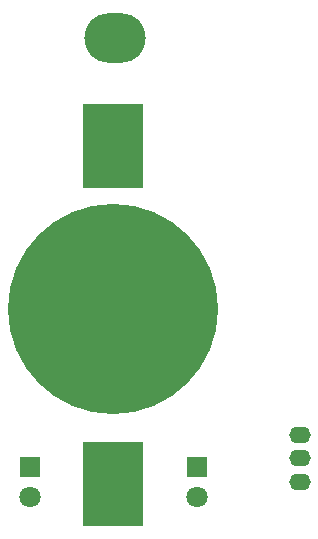
<source format=gbr>
%TF.GenerationSoftware,KiCad,Pcbnew,8.0.1*%
%TF.CreationDate,2024-05-14T10:47:47-06:00*%
%TF.ProjectId,Badge Balam,42616467-6520-4426-916c-616d2e6b6963,rev?*%
%TF.SameCoordinates,Original*%
%TF.FileFunction,Soldermask,Bot*%
%TF.FilePolarity,Negative*%
%FSLAX46Y46*%
G04 Gerber Fmt 4.6, Leading zero omitted, Abs format (unit mm)*
G04 Created by KiCad (PCBNEW 8.0.1) date 2024-05-14 10:47:47*
%MOMM*%
%LPD*%
G01*
G04 APERTURE LIST*
%ADD10R,1.800000X1.800000*%
%ADD11C,1.800000*%
%ADD12O,5.204000X4.204000*%
%ADD13O,1.812000X1.412000*%
%ADD14R,5.100000X7.100000*%
%ADD15C,17.800000*%
G04 APERTURE END LIST*
D10*
%TO.C,D1*%
X143200000Y-85360000D03*
D11*
X143200000Y-87900000D03*
%TD*%
D10*
%TO.C,D2*%
X157400000Y-85325000D03*
D11*
X157400000Y-87865000D03*
%TD*%
D12*
%TO.C,*%
X150400000Y-49000000D03*
%TD*%
D13*
%TO.C,REF\u002A\u002A*%
X166100000Y-82600000D03*
X166100000Y-84600000D03*
X166100000Y-86600000D03*
%TD*%
D14*
%TO.C,REF\u002A\u002A*%
X150223756Y-58200000D03*
X150223756Y-86800000D03*
D15*
X150223756Y-72000000D03*
%TD*%
M02*

</source>
